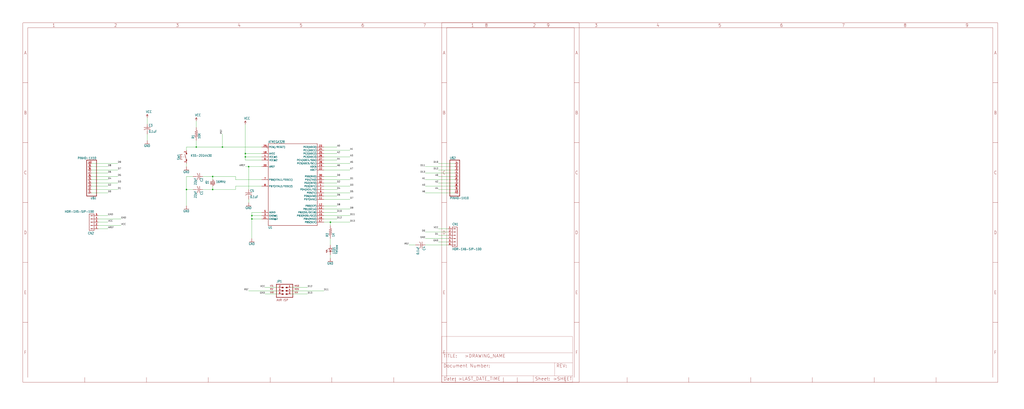
<source format=kicad_sch>
(kicad_sch (version 20211123) (generator eeschema)
  (paper "User" 795.02 318.11)
  (lib_symbols
    (symbol "NanoSchemdownload-eagle-import:ATMEGA328"
      (property "Reference" "U" (at -17.78 -38.1 0))
      (property "Value" "ATMEGA328" (at -17.78 28.448 0))
      (symbol "ATMEGA328_1_0"
        (polyline (pts (xy -17.78 -35.56) (xy -17.78 27.94)) (stroke (width 0.254)))
        (polyline (pts (xy -17.78 27.94) (xy 20.32 27.94)) (stroke (width 0.254)))
        (polyline (pts (xy 20.32 -35.56) (xy -17.78 -35.56)) (stroke (width 0.254)))
        (polyline (pts (xy 20.32 27.94) (xy 20.32 -35.56)) (stroke (width 0.254)))
        (pin bidirectional line (at 25.4 -5.08 180) (length 5.08) (name "PD3(INT1)") (number "1"))
        (pin bidirectional line (at 25.4 -12.7 180) (length 5.08) (name "PD6(AIN0)") (number "10"))
        (pin bidirectional line (at 25.4 -15.24 180) (length 5.08) (name "PD7(AIN1)") (number "11"))
        (pin bidirectional line (at 25.4 -20.32 180) (length 5.08) (name "PB0(ICP)") (number "12"))
        (pin bidirectional line (at 25.4 -22.86 180) (length 5.08) (name "PB1(OC1A)") (number "13"))
        (pin bidirectional line (at 25.4 -25.4 180) (length 5.08) (name "PB2(SS/OC1B)") (number "14"))
        (pin bidirectional line (at 25.4 -27.94 180) (length 5.08) (name "PB3(MOSI/OC2)") (number "15"))
        (pin bidirectional line (at 25.4 -30.48 180) (length 5.08) (name "PB4(MISO)") (number "16"))
        (pin bidirectional line (at 25.4 -33.02 180) (length 5.08) (name "PB5(SCK)") (number "17"))
        (pin bidirectional line (at -22.86 20.32 0) (length 5.08) (name "AVCC") (number "18"))
        (pin bidirectional line (at 25.4 10.16 180) (length 5.08) (name "ADC6") (number "19"))
        (pin bidirectional line (at 25.4 -7.62 180) (length 5.08) (name "PD4(XCK/T0)") (number "2"))
        (pin bidirectional line (at -22.86 10.16 0) (length 5.08) (name "AREF") (number "20"))
        (pin bidirectional line (at -22.86 -30.48 0) (length 5.08) (name "GND@2") (number "21"))
        (pin bidirectional line (at 25.4 7.62 180) (length 5.08) (name "ADC7") (number "22"))
        (pin bidirectional line (at 25.4 25.4 180) (length 5.08) (name "PC0(ADC0)") (number "23"))
        (pin bidirectional line (at 25.4 22.86 180) (length 5.08) (name "PC1(ADC1)") (number "24"))
        (pin bidirectional line (at 25.4 20.32 180) (length 5.08) (name "PC2(ADC2)") (number "25"))
        (pin bidirectional line (at 25.4 17.78 180) (length 5.08) (name "PC3(ADC3)") (number "26"))
        (pin bidirectional line (at 25.4 15.24 180) (length 5.08) (name "PC4(ADC4/SDA)") (number "27"))
        (pin bidirectional line (at 25.4 12.7 180) (length 5.08) (name "PC5(ADC5/SCL)") (number "28"))
        (pin bidirectional inverted (at -22.86 25.4 0) (length 5.08) (name "PC6(/RESET)") (number "29"))
        (pin bidirectional line (at -22.86 -27.94 0) (length 5.08) (name "GND@1") (number "3"))
        (pin bidirectional line (at 25.4 2.54 180) (length 5.08) (name "PD0(RXD)") (number "30"))
        (pin bidirectional line (at 25.4 0 180) (length 5.08) (name "PD1(TXD)") (number "31"))
        (pin bidirectional line (at 25.4 -2.54 180) (length 5.08) (name "PD2(INT0)") (number "32"))
        (pin bidirectional line (at -22.86 17.78 0) (length 5.08) (name "VCC@1") (number "4"))
        (pin bidirectional line (at -22.86 -25.4 0) (length 5.08) (name "AGND") (number "5"))
        (pin bidirectional line (at -22.86 15.24 0) (length 5.08) (name "VCC@2") (number "6"))
        (pin bidirectional line (at -22.86 0 0) (length 5.08) (name "PB6(XTAL1/TOSC1)") (number "7"))
        (pin bidirectional line (at -22.86 -5.08 0) (length 5.08) (name "PB7(XTAL2/TOSC2)") (number "8"))
        (pin bidirectional line (at 25.4 -10.16 180) (length 5.08) (name "PD5(T1)") (number "9"))
      )
    )
    (symbol "NanoSchemdownload-eagle-import:AVR-ISP-6"
      (property "Reference" "JP" (at -6.35 6.35 0))
      (symbol "AVR-ISP-6_1_0"
        (polyline (pts (xy -6.35 -5.08) (xy 6.35 -5.08)) (stroke (width 0.4064)))
        (polyline (pts (xy -6.35 5.08) (xy -6.35 -5.08)) (stroke (width 0.4064)))
        (polyline (pts (xy -1.905 -2.54) (xy -1.27 -2.54)) (stroke (width 1.016)))
        (polyline (pts (xy -1.905 0) (xy -1.27 0)) (stroke (width 1.016)))
        (polyline (pts (xy -1.905 2.54) (xy -1.27 2.54)) (stroke (width 1.016)))
        (polyline (pts (xy 1.27 -2.54) (xy 1.905 -2.54)) (stroke (width 1.016)))
        (polyline (pts (xy 1.27 0) (xy 1.905 0)) (stroke (width 1.016)))
        (polyline (pts (xy 1.27 2.54) (xy 1.905 2.54)) (stroke (width 1.016)))
        (polyline (pts (xy 6.35 -5.08) (xy 6.35 5.08)) (stroke (width 0.4064)))
        (polyline (pts (xy 6.35 5.08) (xy -6.35 5.08)) (stroke (width 0.4064)))
        (text "AVR ISP" (at -6.35 -8.255 0) (effects (font (size 1.778 1.5113)) (justify left bottom)))
        (text "GND" (at -11.43 -1.905 0) (effects (font (size 1.143 0.9715)) (justify left bottom)))
        (text "MISO" (at 7.62 3.175 0) (effects (font (size 1.143 0.9715)) (justify left bottom)))
        (text "MOSI" (at 7.62 0.635 0) (effects (font (size 1.143 0.9715)) (justify left bottom)))
        (text "RST" (at -11.43 0.635 0) (effects (font (size 1.143 0.9715)) (justify left bottom)))
        (text "SCK" (at 7.62 -1.905 0) (effects (font (size 1.143 0.9715)) (justify left bottom)))
        (text "VTG" (at -11.43 3.175 0) (effects (font (size 1.143 0.9715)) (justify left bottom)))
        (pin passive line (at 5.08 2.54 180) (length 2.54) (name "1") (number "1"))
        (pin passive line (at -5.08 2.54 0) (length 2.54) (name "2") (number "2"))
        (pin passive line (at 5.08 -2.54 180) (length 2.54) (name "3") (number "3"))
        (pin passive line (at 5.08 0 180) (length 2.54) (name "4") (number "4"))
        (pin passive line (at -5.08 0 0) (length 2.54) (name "5") (number "5"))
        (pin passive line (at -5.08 -2.54 0) (length 2.54) (name "6") (number "6"))
      )
    )
    (symbol "NanoSchemdownload-eagle-import:C-USC0805"
      (property "Reference" "C" (at 1.016 0.635 0))
      (property "Value" "C-USC0805" (at 1.016 -4.191 0))
      (symbol "C-USC0805_1_0"
        (arc (start 0 -1.0161) (mid -1.302 -1.2303) (end -2.4668 -1.8504) (stroke (width 0.254)))
        (polyline (pts (xy -2.54 0) (xy 2.54 0)) (stroke (width 0.254)))
        (polyline (pts (xy 0 -1.016) (xy 0 -2.54)) (stroke (width 0.1524)))
        (arc (start 2.4892 -1.8542) (mid 1.3158 -1.2195) (end 0 -1) (stroke (width 0.254)))
        (pin passive line (at 0 2.54 270) (length 2.54) (name "1") (number "1"))
        (pin passive line (at 0 -5.08 90) (length 2.54) (name "2") (number "2"))
      )
    )
    (symbol "NanoSchemdownload-eagle-import:C-USC1206"
      (property "Reference" "C" (at 1.016 0.635 0))
      (property "Value" "C-USC1206" (at 1.016 -4.191 0))
      (symbol "C-USC1206_1_0"
        (arc (start 0 -1.0161) (mid -1.302 -1.2303) (end -2.4668 -1.8504) (stroke (width 0.254)))
        (polyline (pts (xy -2.54 0) (xy 2.54 0)) (stroke (width 0.254)))
        (polyline (pts (xy 0 -1.016) (xy 0 -2.54)) (stroke (width 0.1524)))
        (arc (start 2.4892 -1.8542) (mid 1.3158 -1.2195) (end 0 -1) (stroke (width 0.254)))
        (pin passive line (at 0 2.54 270) (length 2.54) (name "1") (number "1"))
        (pin passive line (at 0 -5.08 90) (length 2.54) (name "2") (number "2"))
      )
    )
    (symbol "NanoSchemdownload-eagle-import:CRYTALHC49S"
      (property "Reference" "Q" (at 2.54 1.016 0))
      (property "Value" "CRYTALHC49S" (at 2.54 -2.54 0))
      (symbol "CRYTALHC49S_1_0"
        (polyline (pts (xy -2.54 0) (xy -1.016 0)) (stroke (width 0.1524)))
        (polyline (pts (xy -1.016 1.778) (xy -1.016 -1.778)) (stroke (width 0.254)))
        (polyline (pts (xy -0.381 -1.524) (xy 0.381 -1.524)) (stroke (width 0.254)))
        (polyline (pts (xy -0.381 1.524) (xy -0.381 -1.524)) (stroke (width 0.254)))
        (polyline (pts (xy 0.381 -1.524) (xy 0.381 1.524)) (stroke (width 0.254)))
        (polyline (pts (xy 0.381 1.524) (xy -0.381 1.524)) (stroke (width 0.254)))
        (polyline (pts (xy 1.016 0) (xy 2.54 0)) (stroke (width 0.1524)))
        (polyline (pts (xy 1.016 1.778) (xy 1.016 -1.778)) (stroke (width 0.254)))
        (text "1" (at -2.159 -1.143 0) (effects (font (size 0.8636 0.734)) (justify left bottom)))
        (text "2" (at 1.524 -1.143 0) (effects (font (size 0.8636 0.734)) (justify left bottom)))
        (pin passive line (at -2.54 0 0) (length 0) (name "1") (number "1"))
        (pin passive line (at 2.54 0 180) (length 0) (name "2") (number "2"))
      )
    )
    (symbol "NanoSchemdownload-eagle-import:FRAME_B_L"
      (symbol "FRAME_B_L_0_0"
        (polyline (pts (xy 0 46.5667) (xy 3.81 46.5667)))
        (polyline (pts (xy 0 93.1333) (xy 3.81 93.1333)))
        (polyline (pts (xy 0 139.7) (xy 3.81 139.7)))
        (polyline (pts (xy 0 186.2667) (xy 3.81 186.2667)))
        (polyline (pts (xy 0 232.8333) (xy 3.81 232.8333)))
        (polyline (pts (xy 3.81 3.81) (xy 3.81 275.59)))
        (polyline (pts (xy 47.9778 0) (xy 47.9778 3.81)))
        (polyline (pts (xy 95.9556 0) (xy 95.9556 3.81)))
        (polyline (pts (xy 143.9333 0) (xy 143.9333 3.81)))
        (polyline (pts (xy 191.9111 0) (xy 191.9111 3.81)))
        (polyline (pts (xy 239.8889 0) (xy 239.8889 3.81)))
        (polyline (pts (xy 287.8667 0) (xy 287.8667 3.81)))
        (polyline (pts (xy 335.8444 0) (xy 335.8444 3.81)))
        (polyline (pts (xy 383.8222 0) (xy 383.8222 3.81)))
        (polyline (pts (xy 427.99 3.81) (xy 427.99 275.59)))
        (polyline (pts (xy 427.99 46.5667) (xy 431.8 46.5667)))
        (polyline (pts (xy 427.99 93.1333) (xy 431.8 93.1333)))
        (polyline (pts (xy 427.99 139.7) (xy 431.8 139.7)))
        (polyline (pts (xy 427.99 186.2667) (xy 431.8 186.2667)))
        (polyline (pts (xy 427.99 232.8333) (xy 431.8 232.8333)))
        (polyline (pts (xy 427.99 275.59) (xy 3.81 275.59)))
        (polyline (pts (xy 0 0) (xy 431.8 0) (xy 431.8 279.4) (xy 0 279.4) (xy 0 0)))
        (text "1" (at 23.9889 277.495 0) (effects (font (size 2.54 2.286))))
        (text "2" (at 71.9667 277.495 0) (effects (font (size 2.54 2.286))))
        (text "3" (at 119.9444 277.495 0) (effects (font (size 2.54 2.286))))
        (text "4" (at 167.9222 277.495 0) (effects (font (size 2.54 2.286))))
        (text "5" (at 215.9 277.495 0) (effects (font (size 2.54 2.286))))
        (text "6" (at 263.8778 277.495 0) (effects (font (size 2.54 2.286))))
        (text "7" (at 311.8556 277.495 0) (effects (font (size 2.54 2.286))))
        (text "8" (at 359.8333 277.495 0) (effects (font (size 2.54 2.286))))
        (text "9" (at 407.8111 277.495 0) (effects (font (size 2.54 2.286))))
        (text "A" (at 1.905 256.1167 0) (effects (font (size 2.54 2.286))))
        (text "A" (at 429.895 256.1167 0) (effects (font (size 2.54 2.286))))
        (text "B" (at 1.905 209.55 0) (effects (font (size 2.54 2.286))))
        (text "B" (at 429.895 209.55 0) (effects (font (size 2.54 2.286))))
        (text "C" (at 1.905 162.9833 0) (effects (font (size 2.54 2.286))))
        (text "C" (at 429.895 162.9833 0) (effects (font (size 2.54 2.286))))
        (text "D" (at 1.905 116.4167 0) (effects (font (size 2.54 2.286))))
        (text "D" (at 429.895 116.4167 0) (effects (font (size 2.54 2.286))))
        (text "E" (at 1.905 69.85 0) (effects (font (size 2.54 2.286))))
        (text "E" (at 429.895 69.85 0) (effects (font (size 2.54 2.286))))
        (text "F" (at 1.905 23.2833 0) (effects (font (size 2.54 2.286))))
        (text "F" (at 429.895 23.2833 0) (effects (font (size 2.54 2.286))))
      )
      (symbol "FRAME_B_L_2_0"
        (polyline (pts (xy 0 0) (xy 0 5.08)) (stroke (width 0.1016)))
        (polyline (pts (xy 0 0) (xy 71.12 0)) (stroke (width 0.1016)))
        (polyline (pts (xy 0 5.08) (xy 0 15.24)) (stroke (width 0.1016)))
        (polyline (pts (xy 0 5.08) (xy 71.12 5.08)) (stroke (width 0.1016)))
        (polyline (pts (xy 0 15.24) (xy 0 22.86)) (stroke (width 0.1016)))
        (polyline (pts (xy 0 22.86) (xy 0 35.56)) (stroke (width 0.1016)))
        (polyline (pts (xy 0 22.86) (xy 101.6 22.86)) (stroke (width 0.1016)))
        (polyline (pts (xy 71.12 0) (xy 101.6 0)) (stroke (width 0.1016)))
        (polyline (pts (xy 71.12 5.08) (xy 71.12 0)) (stroke (width 0.1016)))
        (polyline (pts (xy 71.12 5.08) (xy 87.63 5.08)) (stroke (width 0.1016)))
        (polyline (pts (xy 87.63 5.08) (xy 101.6 5.08)) (stroke (width 0.1016)))
        (polyline (pts (xy 87.63 15.24) (xy 0 15.24)) (stroke (width 0.1016)))
        (polyline (pts (xy 87.63 15.24) (xy 87.63 5.08)) (stroke (width 0.1016)))
        (polyline (pts (xy 101.6 5.08) (xy 101.6 0)) (stroke (width 0.1016)))
        (polyline (pts (xy 101.6 15.24) (xy 87.63 15.24)) (stroke (width 0.1016)))
        (polyline (pts (xy 101.6 15.24) (xy 101.6 5.08)) (stroke (width 0.1016)))
        (polyline (pts (xy 101.6 22.86) (xy 101.6 15.24)) (stroke (width 0.1016)))
        (polyline (pts (xy 101.6 35.56) (xy 0 35.56)) (stroke (width 0.1016)))
        (polyline (pts (xy 101.6 35.56) (xy 101.6 22.86)) (stroke (width 0.1016)))
        (text ">DRAWING_NAME" (at 17.78 19.05 0) (effects (font (size 2.54 2.54)) (justify left bottom)))
        (text ">LAST_DATE_TIME" (at 12.7 1.27 0) (effects (font (size 2.54 2.54)) (justify left bottom)))
        (text ">SHEET" (at 86.36 1.27 0) (effects (font (size 2.54 2.54)) (justify left bottom)))
        (text "Date:" (at 1.27 1.27 0) (effects (font (size 2.54 2.54)) (justify left bottom)))
        (text "Document Number:" (at 1.27 11.43 0) (effects (font (size 2.54 2.54)) (justify left bottom)))
        (text "REV:" (at 88.9 11.43 0) (effects (font (size 2.54 2.54)) (justify left bottom)))
        (text "Sheet:" (at 72.39 1.27 0) (effects (font (size 2.54 2.54)) (justify left bottom)))
        (text "TITLE:" (at 1.27 19.05 0) (effects (font (size 2.54 2.54)) (justify left bottom)))
      )
    )
    (symbol "NanoSchemdownload-eagle-import:GND" (power)
      (property "Value" "GND" (at -2.54 -2.54 0))
      (symbol "GND_1_0"
        (polyline (pts (xy -1.905 0) (xy 1.905 0)) (stroke (width 0.254)))
        (pin power_in line (at 0 2.54 270) (length 2.54) (name "GND") (number "1"))
      )
    )
    (symbol "NanoSchemdownload-eagle-import:HDR-1X5-SIP-100"
      (property "Reference" "CN" (at -1.905 7.62 0))
      (property "Value" "HDR-1X5-SIP-100" (at -1.905 -9.2075 0))
      (symbol "HDR-1X5-SIP-100_1_0"
        (polyline (pts (xy -2.54 -5.08) (xy -0.635 -5.08)) (stroke (width 0.1524)))
        (polyline (pts (xy -2.54 -2.54) (xy -0.635 -2.54)) (stroke (width 0.1524)))
        (polyline (pts (xy -2.54 0) (xy -0.635 0)) (stroke (width 0.1524)))
        (polyline (pts (xy -2.54 2.54) (xy -0.635 2.54)) (stroke (width 0.1524)))
        (polyline (pts (xy -2.54 5.08) (xy -0.635 5.08)) (stroke (width 0.1524)))
        (polyline (pts (xy -1.905 -6.35) (xy -1.905 6.35)) (stroke (width 0.254)))
        (polyline (pts (xy -1.905 -6.35) (xy 1.905 -6.35)) (stroke (width 0.254)))
        (polyline (pts (xy -0.635 -5.08) (xy 0.635 -5.08)) (stroke (width 0.4064)))
        (polyline (pts (xy -0.635 -2.54) (xy 0.635 -2.54)) (stroke (width 0.4064)))
        (polyline (pts (xy -0.635 0) (xy 0.635 0)) (stroke (width 0.4064)))
        (polyline (pts (xy -0.635 2.54) (xy 0.635 2.54)) (stroke (width 0.4064)))
        (polyline (pts (xy -0.635 5.08) (xy 0.635 5.08)) (stroke (width 0.4064)))
        (polyline (pts (xy 1.905 6.35) (xy -1.905 6.35)) (stroke (width 0.254)))
        (polyline (pts (xy 1.905 6.35) (xy 1.905 -6.35)) (stroke (width 0.254)))
        (pin passive line (at -5.08 5.08 0) (length 2.54) (name "1") (number "1"))
        (pin passive line (at -5.08 2.54 0) (length 2.54) (name "2") (number "2"))
        (pin passive line (at -5.08 0 0) (length 2.54) (name "3") (number "3"))
        (pin passive line (at -5.08 -2.54 0) (length 2.54) (name "4") (number "4"))
        (pin passive line (at -5.08 -5.08 0) (length 2.54) (name "5") (number "5"))
      )
    )
    (symbol "NanoSchemdownload-eagle-import:HDR-1X6-SIP-100"
      (property "Reference" "CN" (at -1.905 7.62 0))
      (property "Value" "HDR-1X6-SIP-100" (at -1.905 -11.7475 0))
      (symbol "HDR-1X6-SIP-100_1_0"
        (polyline (pts (xy -2.54 -7.62) (xy -0.635 -7.62)) (stroke (width 0.1524)))
        (polyline (pts (xy -2.54 -5.08) (xy -0.635 -5.08)) (stroke (width 0.1524)))
        (polyline (pts (xy -2.54 -2.54) (xy -0.635 -2.54)) (stroke (width 0.1524)))
        (polyline (pts (xy -2.54 0) (xy -0.635 0)) (stroke (width 0.1524)))
        (polyline (pts (xy -2.54 2.54) (xy -0.635 2.54)) (stroke (width 0.1524)))
        (polyline (pts (xy -2.54 5.08) (xy -0.635 5.08)) (stroke (width 0.1524)))
        (polyline (pts (xy -1.905 -8.89) (xy -1.905 6.35)) (stroke (width 0.254)))
        (polyline (pts (xy -1.905 -8.89) (xy 1.905 -8.89)) (stroke (width 0.254)))
        (polyline (pts (xy -0.635 -7.62) (xy 0.635 -7.62)) (stroke (width 0.4064)))
        (polyline (pts (xy -0.635 -5.08) (xy 0.635 -5.08)) (stroke (width 0.4064)))
        (polyline (pts (xy -0.635 -2.54) (xy 0.635 -2.54)) (stroke (width 0.4064)))
        (polyline (pts (xy -0.635 0) (xy 0.635 0)) (stroke (width 0.4064)))
        (polyline (pts (xy -0.635 2.54) (xy 0.635 2.54)) (stroke (width 0.4064)))
        (polyline (pts (xy -0.635 5.08) (xy 0.635 5.08)) (stroke (width 0.4064)))
        (polyline (pts (xy 1.905 6.35) (xy -1.905 6.35)) (stroke (width 0.254)))
        (polyline (pts (xy 1.905 6.35) (xy 1.905 -8.89)) (stroke (width 0.254)))
        (pin passive line (at -5.08 5.08 0) (length 2.54) (name "1") (number "1"))
        (pin passive line (at -5.08 2.54 0) (length 2.54) (name "2") (number "2"))
        (pin passive line (at -5.08 0 0) (length 2.54) (name "3") (number "3"))
        (pin passive line (at -5.08 -2.54 0) (length 2.54) (name "4") (number "4"))
        (pin passive line (at -5.08 -5.08 0) (length 2.54) (name "5") (number "5"))
        (pin passive line (at -5.08 -7.62 0) (length 2.54) (name "6") (number "6"))
      )
    )
    (symbol "NanoSchemdownload-eagle-import:KSS-2EG4430"
      (property "Reference" "SW" (at -2.54 5.08 0))
      (property "Value" "KSS-2EG4430" (at 3.175 2.54 0))
      (symbol "KSS-2EG4430_1_0"
        (circle (center -2.54 0) (radius 0.127) (stroke (width 0.4064)))
        (polyline (pts (xy -2.54 0) (xy 1.905 1.27)) (stroke (width 0.254)))
        (polyline (pts (xy -1.905 4.445) (xy -1.905 3.175)) (stroke (width 0.254)))
        (polyline (pts (xy 0 1.27) (xy 0 0.635)) (stroke (width 0.1524)))
        (polyline (pts (xy 0 2.54) (xy 0 1.905)) (stroke (width 0.1524)))
        (polyline (pts (xy 0 4.445) (xy -1.905 4.445)) (stroke (width 0.254)))
        (polyline (pts (xy 0 4.445) (xy 0 3.175)) (stroke (width 0.1524)))
        (polyline (pts (xy 1.905 0) (xy 2.54 0)) (stroke (width 0.254)))
        (polyline (pts (xy 1.905 4.445) (xy 0 4.445)) (stroke (width 0.254)))
        (polyline (pts (xy 1.905 4.445) (xy 1.905 3.175)) (stroke (width 0.254)))
        (circle (center 2.54 0) (radius 0.127) (stroke (width 0.4064)))
        (pin passive line (at -5.08 0 0) (length 2.54) (name "P") (number "1"))
        (pin passive line (at 5.08 0 180) (length 2.54) (name "S") (number "2"))
      )
    )
    (symbol "NanoSchemdownload-eagle-import:LEDCHIP-LED0805"
      (property "Reference" "LED" (at 3.556 -4.572 90))
      (property "Value" "LEDCHIP-LED0805" (at 5.715 -4.572 90))
      (symbol "LEDCHIP-LED0805_1_0"
        (polyline (pts (xy -2.032 -0.762) (xy -3.429 -2.159)) (stroke (width 0.1524)))
        (polyline (pts (xy -1.905 -1.905) (xy -3.302 -3.302)) (stroke (width 0.1524)))
        (polyline (pts (xy 0 -2.54) (xy -1.27 -2.54)) (stroke (width 0.254)))
        (polyline (pts (xy 0 -2.54) (xy -1.27 0)) (stroke (width 0.254)))
        (polyline (pts (xy 0 0) (xy -1.27 0)) (stroke (width 0.254)))
        (polyline (pts (xy 0 0) (xy 0 -2.54)) (stroke (width 0.1524)))
        (polyline (pts (xy 1.27 -2.54) (xy 0 -2.54)) (stroke (width 0.254)))
        (polyline (pts (xy 1.27 0) (xy 0 -2.54)) (stroke (width 0.254)))
        (polyline (pts (xy 1.27 0) (xy 0 0)) (stroke (width 0.254)))
        (polyline (pts (xy -3.429 -2.159) (xy -3.048 -1.27) (xy -2.54 -1.778)) (fill (type outline)))
        (polyline (pts (xy -3.302 -3.302) (xy -2.921 -2.413) (xy -2.413 -2.921)) (fill (type outline)))
        (pin passive line (at 0 2.54 270) (length 2.54) (name "A") (number "A"))
        (pin passive line (at 0 -5.08 90) (length 2.54) (name "C") (number "C"))
      )
    )
    (symbol "NanoSchemdownload-eagle-import:PINHD-1X10"
      (property "Value" "PINHD-1X10" (at -6.35 -17.78 0))
      (symbol "PINHD-1X10_1_0"
        (polyline (pts (xy -6.35 -15.24) (xy 1.27 -15.24)) (stroke (width 0.4064)))
        (polyline (pts (xy -6.35 12.7) (xy -6.35 -15.24)) (stroke (width 0.4064)))
        (polyline (pts (xy 1.27 -15.24) (xy 1.27 12.7)) (stroke (width 0.4064)))
        (polyline (pts (xy 1.27 12.7) (xy -6.35 12.7)) (stroke (width 0.4064)))
        (pin passive inverted (at -2.54 10.16 0) (length 2.54) (name "1") (number "1"))
        (pin passive inverted (at -2.54 -12.7 0) (length 2.54) (name "10") (number "10"))
        (pin passive inverted (at -2.54 7.62 0) (length 2.54) (name "2") (number "2"))
        (pin passive inverted (at -2.54 5.08 0) (length 2.54) (name "3") (number "3"))
        (pin passive inverted (at -2.54 2.54 0) (length 2.54) (name "4") (number "4"))
        (pin passive inverted (at -2.54 0 0) (length 2.54) (name "5") (number "5"))
        (pin passive inverted (at -2.54 -2.54 0) (length 2.54) (name "6") (number "6"))
        (pin passive inverted (at -2.54 -5.08 0) (length 2.54) (name "7") (number "7"))
        (pin passive inverted (at -2.54 -7.62 0) (length 2.54) (name "8") (number "8"))
        (pin passive inverted (at -2.54 -10.16 0) (length 2.54) (name "9") (number "9"))
      )
    )
    (symbol "NanoSchemdownload-eagle-import:R-US_R1206"
      (property "Reference" "R" (at -3.81 1.4986 0))
      (property "Value" "R-US_R1206" (at -3.81 -3.302 0))
      (symbol "R-US_R1206_1_0"
        (polyline (pts (xy -2.54 0) (xy -2.159 1.016)) (stroke (width 0.2032)))
        (polyline (pts (xy -2.159 1.016) (xy -1.524 -1.016)) (stroke (width 0.2032)))
        (polyline (pts (xy -1.524 -1.016) (xy -0.889 1.016)) (stroke (width 0.2032)))
        (polyline (pts (xy -0.889 1.016) (xy -0.254 -1.016)) (stroke (width 0.2032)))
        (polyline (pts (xy -0.254 -1.016) (xy 0.381 1.016)) (stroke (width 0.2032)))
        (polyline (pts (xy 0.381 1.016) (xy 1.016 -1.016)) (stroke (width 0.2032)))
        (polyline (pts (xy 1.016 -1.016) (xy 1.651 1.016)) (stroke (width 0.2032)))
        (polyline (pts (xy 1.651 1.016) (xy 2.286 -1.016)) (stroke (width 0.2032)))
        (polyline (pts (xy 2.286 -1.016) (xy 2.54 0)) (stroke (width 0.2032)))
        (pin passive line (at -5.08 0 0) (length 2.54) (name "1") (number "1"))
        (pin passive line (at 5.08 0 180) (length 2.54) (name "2") (number "2"))
      )
    )
    (symbol "NanoSchemdownload-eagle-import:VCC" (power)
      (property "Value" "VCC" (at -1.016 3.556 0))
      (symbol "VCC_1_0"
        (polyline (pts (xy 0 2.54) (xy -0.762 1.27)) (stroke (width 0.254)))
        (polyline (pts (xy 0.762 1.27) (xy 0 2.54)) (stroke (width 0.254)))
        (pin power_in line (at 0 0 90) (length 2.54) (name "VCC") (number "1"))
      )
    )
  )
  (junction (at 190.5 119.38))
  (junction (at 195.58 170.18))
  (junction (at 190.5 121.92))
  (junction (at 152.4 114.3))
  (junction (at 172.72 114.3))
  (junction (at 195.58 167.64))
  (junction (at 256.54 172.72))
  (junction (at 165.1 147.32))
  (junction (at 193.04 129.54))
  (junction (at 165.1 137.16))
  (junction (at 144.78 147.32))
  (wire (pts (xy 76.2 175.26) (xy 93.98 175.26)))
  (wire (pts (xy 215.9 226.06) (xy 193.04 226.06)))
  (wire (pts (xy 251.46 124.46) (xy 261.62 124.46)))
  (wire (pts (xy 203.2 170.18) (xy 195.58 170.18)))
  (wire (pts (xy 251.46 144.78) (xy 271.78 144.78)))
  (wire (pts (xy 215.9 223.52) (xy 205.74 223.52)))
  (wire (pts (xy 256.54 172.72) (xy 271.78 172.72)))
  (wire (pts (xy 190.5 121.92) (xy 190.5 119.38)))
  (wire (pts (xy 251.46 114.3) (xy 261.62 114.3)))
  (wire (pts (xy 149.86 147.32) (xy 144.78 147.32)))
  (wire (pts (xy 157.48 147.32) (xy 165.1 147.32)))
  (wire (pts (xy 71.12 142.24) (xy 91.44 142.24)))
  (wire (pts (xy 76.2 167.64) (xy 83.82 167.64)))
  (wire (pts (xy 165.1 147.32) (xy 182.88 147.32)))
  (wire (pts (xy 251.46 154.94) (xy 271.78 154.94)))
  (wire (pts (xy 152.4 114.3) (xy 152.4 109.22)))
  (wire (pts (xy 251.46 170.18) (xy 261.62 170.18)))
  (wire (pts (xy 193.04 147.32) (xy 193.04 129.54)))
  (wire (pts (xy 251.46 129.54) (xy 261.62 129.54)))
  (wire (pts (xy 251.46 116.84) (xy 271.78 116.84)))
  (wire (pts (xy 353.06 137.16) (xy 340.36 137.16)))
  (wire (pts (xy 149.86 137.16) (xy 144.78 137.16)))
  (wire (pts (xy 353.06 132.08) (xy 340.36 132.08)))
  (wire (pts (xy 347.98 182.88) (xy 340.36 182.88)))
  (wire (pts (xy 71.12 132.08) (xy 91.44 132.08)))
  (wire (pts (xy 353.06 139.7) (xy 330.2 139.7)))
  (wire (pts (xy 71.12 129.54) (xy 83.82 129.54)))
  (wire (pts (xy 215.9 228.6) (xy 205.74 228.6)))
  (wire (pts (xy 144.78 147.32) (xy 144.78 160.02)))
  (wire (pts (xy 251.46 132.08) (xy 271.78 132.08)))
  (wire (pts (xy 71.12 144.78) (xy 83.82 144.78)))
  (wire (pts (xy 353.06 127) (xy 340.36 127)))
  (wire (pts (xy 195.58 170.18) (xy 195.58 185.42)))
  (wire (pts (xy 353.06 149.86) (xy 330.2 149.86)))
  (wire (pts (xy 71.12 139.7) (xy 83.82 139.7)))
  (wire (pts (xy 144.78 129.54) (xy 144.78 127)))
  (wire (pts (xy 114.3 104.14) (xy 114.3 109.22)))
  (wire (pts (xy 251.46 172.72) (xy 256.54 172.72)))
  (wire (pts (xy 226.06 223.52) (xy 238.76 223.52)))
  (wire (pts (xy 157.48 137.16) (xy 165.1 137.16)))
  (wire (pts (xy 71.12 147.32) (xy 91.44 147.32)))
  (wire (pts (xy 144.78 137.16) (xy 144.78 147.32)))
  (wire (pts (xy 172.72 114.3) (xy 172.72 104.14)))
  (wire (pts (xy 251.46 137.16) (xy 261.62 137.16)))
  (wire (pts (xy 144.78 116.84) (xy 144.78 114.3)))
  (wire (pts (xy 251.46 119.38) (xy 261.62 119.38)))
  (wire (pts (xy 76.2 177.8) (xy 83.82 177.8)))
  (wire (pts (xy 203.2 167.64) (xy 195.58 167.64)))
  (wire (pts (xy 203.2 119.38) (xy 190.5 119.38)))
  (wire (pts (xy 71.12 127) (xy 91.44 127)))
  (wire (pts (xy 251.46 121.92) (xy 271.78 121.92)))
  (wire (pts (xy 182.88 147.32) (xy 182.88 144.78)))
  (wire (pts (xy 251.46 167.64) (xy 271.78 167.64)))
  (wire (pts (xy 182.88 144.78) (xy 203.2 144.78)))
  (wire (pts (xy 347.98 185.42) (xy 330.2 185.42)))
  (wire (pts (xy 251.46 149.86) (xy 271.78 149.86)))
  (wire (pts (xy 353.06 147.32) (xy 340.36 147.32)))
  (wire (pts (xy 226.06 226.06) (xy 251.46 226.06)))
  (wire (pts (xy 251.46 162.56) (xy 271.78 162.56)))
  (wire (pts (xy 251.46 142.24) (xy 261.62 142.24)))
  (wire (pts (xy 165.1 144.78) (xy 165.1 147.32)))
  (wire (pts (xy 251.46 139.7) (xy 271.78 139.7)))
  (wire (pts (xy 195.58 167.64) (xy 195.58 170.18)))
  (wire (pts (xy 322.58 190.5) (xy 317.5 190.5)))
  (wire (pts (xy 256.54 175.26) (xy 256.54 172.72)))
  (wire (pts (xy 226.06 228.6) (xy 238.76 228.6)))
  (wire (pts (xy 71.12 149.86) (xy 83.82 149.86)))
  (wire (pts (xy 353.06 142.24) (xy 340.36 142.24)))
  (wire (pts (xy 203.2 129.54) (xy 193.04 129.54)))
  (wire (pts (xy 203.2 121.92) (xy 190.5 121.92)))
  (wire (pts (xy 256.54 198.12) (xy 256.54 200.66)))
  (wire (pts (xy 193.04 154.94) (xy 193.04 157.48)))
  (wire (pts (xy 76.2 170.18) (xy 93.98 170.18)))
  (wire (pts (xy 76.2 172.72) (xy 83.82 172.72)))
  (wire (pts (xy 190.5 124.46) (xy 190.5 121.92)))
  (wire (pts (xy 71.12 134.62) (xy 83.82 134.62)))
  (wire (pts (xy 203.2 124.46) (xy 190.5 124.46)))
  (wire (pts (xy 353.06 144.78) (xy 330.2 144.78)))
  (wire (pts (xy 165.1 137.16) (xy 182.88 137.16)))
  (wire (pts (xy 152.4 99.06) (xy 152.4 93.98)))
  (wire (pts (xy 251.46 147.32) (xy 261.62 147.32)))
  (wire (pts (xy 114.3 96.52) (xy 114.3 91.44)))
  (wire (pts (xy 251.46 152.4) (xy 261.62 152.4)))
  (wire (pts (xy 195.58 165.1) (xy 195.58 167.64)))
  (wire (pts (xy 251.46 165.1) (xy 261.62 165.1)))
  (wire (pts (xy 347.98 180.34) (xy 330.2 180.34)))
  (wire (pts (xy 347.98 190.5) (xy 330.2 190.5)))
  (wire (pts (xy 193.04 129.54) (xy 190.5 129.54)))
  (wire (pts (xy 203.2 114.3) (xy 172.72 114.3)))
  (wire (pts (xy 190.5 119.38) (xy 190.5 96.52)))
  (wire (pts (xy 353.06 134.62) (xy 330.2 134.62)))
  (wire (pts (xy 251.46 160.02) (xy 261.62 160.02)))
  (wire (pts (xy 182.88 139.7) (xy 203.2 139.7)))
  (wire (pts (xy 203.2 165.1) (xy 195.58 165.1)))
  (wire (pts (xy 71.12 137.16) (xy 91.44 137.16)))
  (wire (pts (xy 251.46 127) (xy 271.78 127)))
  (wire (pts (xy 165.1 139.7) (xy 165.1 137.16)))
  (wire (pts (xy 144.78 114.3) (xy 152.4 114.3)))
  (wire (pts (xy 182.88 137.16) (xy 182.88 139.7)))
  (wire (pts (xy 347.98 187.96) (xy 340.36 187.96)))
  (wire (pts (xy 353.06 129.54) (xy 330.2 129.54)))
  (wire (pts (xy 172.72 114.3) (xy 152.4 114.3)))
  (wire (pts (xy 347.98 177.8) (xy 340.36 177.8)))
  (wire (pts (xy 256.54 190.5) (xy 256.54 185.42)))
  (label "D10" (at 261.62 165.1 0) (effects (font (size 1.2446 1.2446))))
  (label "A0" (at 261.62 114.3 0) (effects (font (size 1.2446 1.2446))))
  (label "D8" (at 261.62 160.02 0) (effects (font (size 1.2446 1.2446))))
  (label "A2" (at 340.36 142.24 180) (effects (font (size 1.2446 1.2446))))
  (label "D4" (at 261.62 147.32 0) (effects (font (size 1.2446 1.2446))))
  (label "VCC" (at 93.98 175.26 0) (effects (font (size 1.2446 1.2446))))
  (label "GND" (at 83.82 167.64 0) (effects (font (size 1.2446 1.2446))))
  (label "D1" (at 271.78 139.7 0) (effects (font (size 1.2446 1.2446))))
  (label "D0" (at 261.62 137.16 0) (effects (font (size 1.2446 1.2446))))
  (label "D9" (at 271.78 162.56 0) (effects (font (size 1.2446 1.2446))))
  (label "D3" (at 271.78 144.78 0) (effects (font (size 1.2446 1.2446))))
  (label "AREF" (at 83.82 177.8 0) (effects (font (size 1.2446 1.2446))))
  (label "D0" (at 330.2 180.34 180) (effects (font (size 1.2446 1.2446))))
  (label "D0" (at 83.82 149.86 0) (effects (font (size 1.2446 1.2446))))
  (label "D6" (at 261.62 152.4 0) (effects (font (size 1.2446 1.2446))))
  (label "A1" (at 330.2 139.7 180) (effects (font (size 1.2446 1.2446))))
  (label "D12" (at 238.76 223.52 0) (effects (font (size 1.2446 1.2446))))
  (label "D13" (at 330.2 134.62 180) (effects (font (size 1.2446 1.2446))))
  (label "D5" (at 91.44 137.16 0) (effects (font (size 1.2446 1.2446))))
  (label "AREF" (at 190.5 129.54 180) (effects (font (size 1.2446 1.2446))))
  (label "A5" (at 271.78 127 0) (effects (font (size 1.2446 1.2446))))
  (label "A3" (at 330.2 144.78 180) (effects (font (size 1.2446 1.2446))))
  (label "D1" (at 91.44 147.32 0) (effects (font (size 1.2446 1.2446))))
  (label "D2" (at 83.82 144.78 0) (effects (font (size 1.2446 1.2446))))
  (label "GND" (at 93.98 170.18 0) (effects (font (size 1.2446 1.2446))))
  (label "D11" (at 330.2 129.54 180) (effects (font (size 1.2446 1.2446))))
  (label "D13" (at 271.78 172.72 0) (effects (font (size 1.2446 1.2446))))
  (label "A3" (at 271.78 121.92 0) (effects (font (size 1.2446 1.2446))))
  (label "A0" (at 340.36 137.16 180) (effects (font (size 1.2446 1.2446))))
  (label "RST" (at 193.04 226.06 180) (effects (font (size 1.2446 1.2446))))
  (label "D13" (at 238.76 228.6 0) (effects (font (size 1.2446 1.2446))))
  (label "GND" (at 330.2 185.42 180) (effects (font (size 1.2446 1.2446))))
  (label "A6" (at 261.62 129.54 0) (effects (font (size 1.2446 1.2446))))
  (label "A7" (at 271.78 132.08 0) (effects (font (size 1.2446 1.2446))))
  (label "D7" (at 271.78 154.94 0) (effects (font (size 1.2446 1.2446))))
  (label "D5" (at 271.78 149.86 0) (effects (font (size 1.2446 1.2446))))
  (label "RST" (at 317.5 190.5 180) (effects (font (size 1.2446 1.2446))))
  (label "D10" (at 340.36 127 180) (effects (font (size 1.2446 1.2446))))
  (label "D12" (at 261.62 170.18 0) (effects (font (size 1.2446 1.2446))))
  (label "A6" (at 330.2 149.86 180) (effects (font (size 1.2446 1.2446))))
  (label "D9" (at 91.44 127 0) (effects (font (size 1.2446 1.2446))))
  (label "D2" (at 261.62 142.24 0) (effects (font (size 1.2446 1.2446))))
  (label "D12" (at 340.36 132.08 180) (effects (font (size 1.2446 1.2446))))
  (label "D7" (at 91.44 132.08 0) (effects (font (size 1.2446 1.2446))))
  (label "GND" (at 205.74 228.6 180) (effects (font (size 1.2446 1.2446))))
  (label "VCC" (at 83.82 172.72 0) (effects (font (size 1.2446 1.2446))))
  (label "RST" (at 172.72 104.14 90) (effects (font (size 1.2446 1.2446))))
  (label "D4" (at 83.82 139.7 0) (effects (font (size 1.2446 1.2446))))
  (label "A4" (at 261.62 124.46 0) (effects (font (size 1.2446 1.2446))))
  (label "D3" (at 91.44 142.24 0) (effects (font (size 1.2446 1.2446))))
  (label "VCC" (at 340.36 177.8 180) (effects (font (size 1.2446 1.2446))))
  (label "A1" (at 271.78 116.84 0) (effects (font (size 1.2446 1.2446))))
  (label "GND" (at 340.36 187.96 180) (effects (font (size 1.2446 1.2446))))
  (label "D8" (at 83.82 129.54 0) (effects (font (size 1.2446 1.2446))))
  (label "A4" (at 340.36 147.32 180) (effects (font (size 1.2446 1.2446))))
  (label "VCC" (at 205.74 223.52 180) (effects (font (size 1.2446 1.2446))))
  (label "D1" (at 340.36 182.88 180) (effects (font (size 1.2446 1.2446))))
  (label "D11" (at 251.46 226.06 0) (effects (font (size 1.2446 1.2446))))
  (label "A2" (at 261.62 119.38 0) (effects (font (size 1.2446 1.2446))))
  (label "D11" (at 271.78 167.64 0) (effects (font (size 1.2446 1.2446))))
  (label "D6" (at 83.82 134.62 0) (effects (font (size 1.2446 1.2446))))
  (symbol (lib_id "NanoSchemdownload-eagle-import:GND") (at 114.3 111.76 0) (unit 1)
    (property "Reference" "#GND6" (effects hide))
    (property "Value" "GND" (at 111.76 114.3 0) (effects (font (size 1.778 1.5113)) (justify left bottom)))
  )
  (symbol (lib_id "NanoSchemdownload-eagle-import:VCC") (at 114.3 91.44 0) (unit 1)
    (property "Reference" "#P+3" (effects hide))
    (property "Value" "VCC" (at 113.284 87.884 0) (effects (font (size 1.778 1.5113)) (justify left bottom)))
  )
  (symbol (lib_id "NanoSchemdownload-eagle-import:C-USC0805") (at 327.66 190.5 270)
    (property "Reference" "C4" (at 328.295 191.516 0) (effects (font (size 1.778 1.5113)) (justify left bottom)))
    (property "Value" "0.1uF" (at 323.469 191.516 0) (effects (font (size 1.778 1.5113)) (justify left bottom)))
    (property "Footprint" "C0805" (effects hide))
  )
  (symbol (lib_id "NanoSchemdownload-eagle-import:GND") (at 256.54 203.2 0) (unit 1)
    (property "Reference" "#GND7" (effects hide))
    (property "Value" "GND" (at 254 205.74 0) (effects (font (size 1.778 1.5113)) (justify left bottom)))
  )
  (symbol (lib_id "NanoSchemdownload-eagle-import:R-US_R1206") (at 152.4 104.14 90)
    (property "Reference" "R1" (at 150.9014 107.95 0) (effects (font (size 1.778 1.5113)) (justify left bottom)))
    (property "Value" "10K" (at 155.702 107.95 0) (effects (font (size 1.778 1.5113)) (justify left bottom)))
    (property "Footprint" "R1206" (effects hide))
  )
  (symbol (lib_id "NanoSchemdownload-eagle-import:VCC") (at 190.5 96.52 0) (unit 1)
    (property "Reference" "#P+1" (effects hide))
    (property "Value" "VCC" (at 189.484 92.964 0) (effects (font (size 1.778 1.5113)) (justify left bottom)))
  )
  (symbol (lib_id "NanoSchemdownload-eagle-import:ATMEGA328") (at 226.06 139.7 0)
    (property "Reference" "U1" (at 208.28 177.8 0) (effects (font (size 1.778 1.5113)) (justify left bottom)))
    (property "Value" "ATMEGA328" (at 208.28 111.252 0) (effects (font (size 1.778 1.5113)) (justify left bottom)))
    (property "Footprint" "TQFP32-08" (effects hide))
  )
  (symbol (lib_id "NanoSchemdownload-eagle-import:AVR-ISP-6") (at 220.98 226.06 0)
    (property "Reference" "JP1" (at 214.63 219.71 0) (effects (font (size 1.778 1.5113)) (justify left bottom)))
    (property "Value" "AVR-ISP-6" (effects hide))
    (property "Footprint" "AVR-ISP-6" (effects hide))
  )
  (symbol (lib_id "NanoSchemdownload-eagle-import:C-USC1206") (at 154.94 137.16 270)
    (property "Reference" "C2" (at 155.575 138.176 0) (effects (font (size 1.778 1.5113)) (justify left bottom)))
    (property "Value" "22pF" (at 150.749 138.176 0) (effects (font (size 1.778 1.5113)) (justify left bottom)))
    (property "Footprint" "C1206" (effects hide))
  )
  (symbol (lib_id "NanoSchemdownload-eagle-import:R-US_R1206") (at 256.54 180.34 90)
    (property "Reference" "R2" (at 255.0414 184.15 0) (effects (font (size 1.778 1.5113)) (justify left bottom)))
    (property "Value" "1K" (at 259.842 184.15 0) (effects (font (size 1.778 1.5113)) (justify left bottom)))
    (property "Footprint" "R1206" (effects hide))
  )
  (symbol (lib_id "NanoSchemdownload-eagle-import:FRAME_B_L") (at 342.9 297.18 0) (unit 2)
    (property "Reference" "#FRAME1" (effects hide))
    (property "Value" "FRAME_B_L" (effects hide))
    (property "Value" "FRAME_B_L" (effects hide))
    (property "Value" "FRAME_B_L" (effects hide))
    (property "Value" "FRAME_B_L" (effects hide))
  )
  (symbol (lib_id "NanoSchemdownload-eagle-import:LEDCHIP-LED0805") (at 256.54 193.04 0)
    (property "Reference" "LED1" (at 260.096 197.612 90) (effects (font (size 1.778 1.5113)) (justify left bottom)))
    (property "Value" "Yellow" (at 262.255 197.612 90) (effects (font (size 1.778 1.5113)) (justify left bottom)))
    (property "Footprint" "CHIP-LED0805" (effects hide))
  )
  (symbol (lib_id "NanoSchemdownload-eagle-import:VCC") (at 152.4 93.98 0) (unit 1)
    (property "Reference" "#P+2" (effects hide))
    (property "Value" "VCC" (at 151.384 90.424 0) (effects (font (size 1.778 1.5113)) (justify left bottom)))
  )
  (symbol (lib_id "NanoSchemdownload-eagle-import:GND") (at 195.58 187.96 0) (unit 1)
    (property "Reference" "#GND3" (effects hide))
    (property "Value" "GND" (at 193.04 190.5 0) (effects (font (size 1.778 1.5113)) (justify left bottom)))
  )
  (symbol (lib_id "NanoSchemdownload-eagle-import:GND") (at 144.78 162.56 0) (unit 1)
    (property "Reference" "#GND1" (effects hide))
    (property "Value" "GND" (at 142.24 165.1 0) (effects (font (size 1.778 1.5113)) (justify left bottom)))
  )
  (symbol (lib_id "NanoSchemdownload-eagle-import:PINHD-1X10") (at 68.58 139.7 180)
    (property "Reference" "U$1" (at 74.93 153.035 0) (effects (font (size 1.778 1.5113)) (justify left bottom)))
    (property "Value" "PINHD-1X10" (at 74.93 121.92 0) (effects (font (size 1.778 1.5113)) (justify left bottom)))
    (property "Footprint" "1X10-BIG" (effects hide))
  )
  (symbol (lib_id "NanoSchemdownload-eagle-import:CRYTALHC49S") (at 165.1 142.24 90)
    (property "Reference" "Q1" (at 162.56 140.716 90) (effects (font (size 1.778 1.5113)) (justify left bottom)))
    (property "Value" "16MHz" (at 167.64 142.24 90) (effects (font (size 1.778 1.5113)) (justify right top)))
    (property "Footprint" "HC49_S" (effects hide))
  )
  (symbol (lib_id "NanoSchemdownload-eagle-import:C-USC0805") (at 193.04 149.86 0)
    (property "Reference" "C5" (at 194.056 149.225 0) (effects (font (size 1.778 1.5113)) (justify left bottom)))
    (property "Value" "0.1uF" (at 194.056 154.051 0) (effects (font (size 1.778 1.5113)) (justify left bottom)))
    (property "Footprint" "C0805" (effects hide))
  )
  (symbol (lib_id "NanoSchemdownload-eagle-import:HDR-1X5-SIP-100") (at 71.12 172.72 180)
    (property "Reference" "CN2" (at 73.025 180.34 0) (effects (font (size 1.778 1.5113)) (justify left bottom)))
    (property "Value" "HDR-1X5-SIP-100" (at 73.025 163.5125 0) (effects (font (size 1.778 1.5113)) (justify left bottom)))
    (property "Footprint" "SIP-100-5V" (effects hide))
  )
  (symbol (lib_id "NanoSchemdownload-eagle-import:GND") (at 144.78 132.08 0) (unit 1)
    (property "Reference" "#GND5" (effects hide))
    (property "Value" "GND" (at 142.24 134.62 0) (effects (font (size 1.778 1.5113)) (justify left bottom)))
  )
  (symbol (lib_id "NanoSchemdownload-eagle-import:GND") (at 193.04 160.02 0) (unit 1)
    (property "Reference" "#GND4" (effects hide))
    (property "Value" "GND" (at 190.5 162.56 0) (effects (font (size 1.778 1.5113)) (justify left bottom)))
  )
  (symbol (lib_id "NanoSchemdownload-eagle-import:PINHD-1X10") (at 355.6 137.16 0)
    (property "Reference" "U$2" (at 349.25 123.825 0) (effects (font (size 1.778 1.5113)) (justify left bottom)))
    (property "Value" "PINHD-1X10" (at 349.25 154.94 0) (effects (font (size 1.778 1.5113)) (justify left bottom)))
    (property "Footprint" "1X10-BIG" (effects hide))
  )
  (symbol (lib_id "NanoSchemdownload-eagle-import:C-USC0805") (at 114.3 99.06 0)
    (property "Reference" "C3" (at 115.316 98.425 0) (effects (font (size 1.778 1.5113)) (justify left bottom)))
    (property "Value" "0.1uF" (at 115.316 103.251 0) (effects (font (size 1.778 1.5113)) (justify left bottom)))
    (property "Footprint" "C0805" (effects hide))
  )
  (symbol (lib_id "NanoSchemdownload-eagle-import:FRAME_B_L") (at 17.78 297.18 0) (unit 1)
    (property "Reference" "#FRAME1" (effects hide))
    (property "Value" "FRAME_B_L" (effects hide))
    (property "Value" "FRAME_B_L" (effects hide))
    (property "Value" "FRAME_B_L" (effects hide))
    (property "Value" "FRAME_B_L" (effects hide))
  )
  (symbol (lib_id "NanoSchemdownload-eagle-import:KSS-2EG4430") (at 144.78 121.92 90)
    (property "Reference" "SW1" (at 139.7 124.46 0) (effects (font (size 1.778 1.5113)) (justify left bottom)))
    (property "Value" "KSS-2EG4430" (at 147.955 121.92 90) (effects (font (size 1.778 1.5113)) (justify right top)))
    (property "Footprint" "KSS-2EG4430" (effects hide))
  )
  (symbol (lib_id "NanoSchemdownload-eagle-import:C-USC1206") (at 154.94 147.32 270)
    (property "Reference" "C1" (at 155.575 148.336 0) (effects (font (size 1.778 1.5113)) (justify left bottom)))
    (property "Value" "22pF" (at 150.749 148.336 0) (effects (font (size 1.778 1.5113)) (justify left bottom)))
    (property "Footprint" "C1206" (effects hide))
  )
  (symbol (lib_id "NanoSchemdownload-eagle-import:HDR-1X6-SIP-100") (at 353.06 182.88 0)
    (property "Reference" "CN1" (at 351.155 175.26 0) (effects (font (size 1.778 1.5113)) (justify left bottom)))
    (property "Value" "HDR-1X6-SIP-100" (at 351.155 194.6275 0) (effects (font (size 1.778 1.5113)) (justify left bottom)))
    (property "Footprint" "SIP-100-6V" (effects hide))
  )
)
</source>
